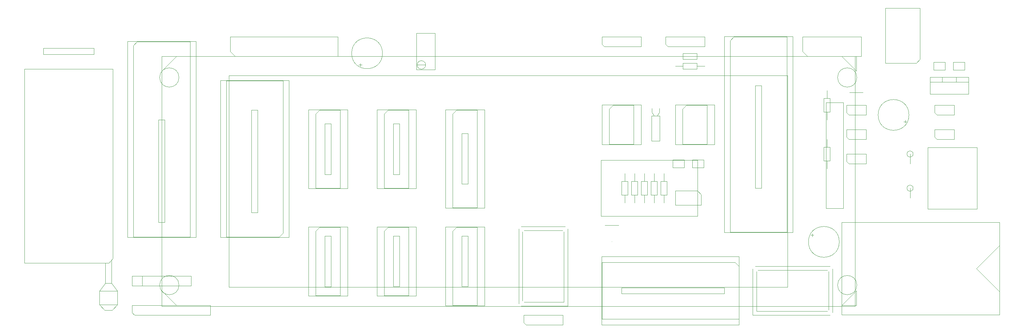
<source format=gbr>
%TF.GenerationSoftware,Novarm,DipTrace,4.3.0.5*%
%TF.CreationDate,2023-08-20T23:12:20+01:00*%
%FSLAX26Y26*%
%MOIN*%
%TF.FileFunction,Drawing,Top*%
%TF.Part,Single*%
%ADD16C,0.003937*%
G75*
G01*
%LPD*%
X6977953Y1743699D2*
D16*
Y1822833D1*
X6946457D2*
X7009449D1*
Y1964566D1*
X6946457D2*
Y1822833D1*
X7009449Y1964566D2*
X6946457D1*
X6977953Y2043699D2*
Y1964566D1*
X8086220Y593699D2*
Y1068109D1*
Y593699D2*
X8875591D1*
X8111811Y1093699D2*
X8875591D1*
X8125591Y633070D2*
Y1040550D1*
Y633070D2*
X8848031D1*
X8139370Y1054329D2*
X8848031D1*
X8861811Y646849D2*
Y1040550D1*
X8901181Y1068109D2*
Y619290D1*
X8111811Y1093699D2*
G02X8111811Y1093699I0J0D01*
G01*
X8139370Y1054329D2*
G02X8139370Y1054329I0J0D01*
G01*
X8861811Y1040550D2*
G02X8861811Y1040550I0J0D01*
G01*
X8848031Y633070D2*
G02X8848031Y633070I0J0D01*
G01*
X8901181Y1068109D2*
G02X8901181Y1068109I0J0D01*
G01*
X8875591Y593699D2*
G02X8875591Y593699I0J0D01*
G01*
X3343701Y1391337D2*
Y2996062D1*
X2643701D1*
X3283661Y1433070D2*
X3244291Y1393699D1*
X3283661Y2993699D2*
Y1433070D1*
X3244291Y1393699D2*
X2703740D1*
Y2993699D1*
X3283661D1*
X2643701Y1391337D2*
X3343701D1*
X2643701Y2996062D2*
Y1391337D1*
X6877953Y2043699D2*
Y1964566D1*
X6909449D2*
X6846457D1*
Y1822833D1*
X6909449D2*
Y1964566D1*
X6846457Y1822833D2*
X6909449D1*
X6877953Y1743699D2*
Y1822833D1*
X6535827Y1608266D2*
X7520079D1*
Y2179133D1*
X6535827D1*
Y1608266D1*
X7793504Y3445865D2*
Y1441140D1*
X8493504D1*
X7853543Y3404133D2*
X7892913Y3443503D1*
X7853543Y1443503D2*
Y3404133D1*
X7892913Y3443503D2*
X8433465D1*
Y1443503D1*
X7853543D1*
X8493504Y3445865D2*
X7793504D1*
X8493504Y1441140D2*
Y3445865D1*
X9659714Y2574900D2*
X9628218D1*
X9643966Y2559152D2*
Y2590648D1*
X9367323Y2643699D2*
G02X9367323Y2643699I157480J0D01*
G01*
X4074902Y3139891D2*
Y3171387D1*
X4059154Y3155639D2*
X4090650D1*
X3986220Y3274802D2*
G02X3986220Y3274802I157480J0D01*
G01*
X9074016Y2874802D2*
X9211811D1*
X9143701Y3041337D2*
G02X9143701Y3041337I0J0D01*
G01*
X9212741Y2874659D2*
G02X9212741Y2874659I0J0D01*
G01*
X7268110Y2183070D2*
Y2104329D1*
X7386220D1*
Y2183070D2*
X7268110D1*
X7386220Y2104329D2*
Y2183070D1*
X7219094Y3343699D2*
X7194094Y3368699D1*
X7594094Y3343699D2*
X7219094D1*
X7194094Y3368699D2*
Y3443699D1*
X7594094D1*
Y3343699D1*
X2793701Y3243699D2*
X2743701Y3293699D1*
X3843701Y3243699D2*
X2793701D1*
X2743701Y3293699D2*
Y3443699D1*
X3843701D1*
Y3243699D1*
X6544094Y2745668D2*
Y2340944D1*
X6944094D1*
X6619094Y2703936D2*
X6658465Y2743306D1*
X6619094Y2343306D2*
Y2703936D1*
X6658465Y2743306D2*
X6869094D1*
Y2343306D1*
X6619094D1*
X6944094Y2745668D2*
X6544094D1*
X6944094Y2340944D2*
Y2745668D1*
X3775197Y1403542D2*
X3712205D1*
Y885432D1*
X3775197D2*
Y1403542D1*
X3712205Y885432D2*
X3775197D1*
X1693504Y3396062D2*
Y1391337D1*
X2393504D1*
X1753543Y3354329D2*
X1792913Y3393699D1*
X1753543Y1393699D2*
Y3354329D1*
X1792913Y3393699D2*
X2333465D1*
Y1393699D1*
X1753543D1*
X2393504Y3396062D2*
X1693504D1*
X2393504Y1391337D2*
Y3396062D1*
X8677688Y1412499D2*
X8709184D1*
X8693436Y1428247D2*
Y1396751D1*
X8655118Y1343699D2*
G02X8655118Y1343699I157480J0D01*
G01*
X7593701Y3243701D2*
X7514567D1*
Y3212205D2*
Y3275197D1*
X7372835D1*
Y3212205D2*
X7514567D1*
X7372835Y3275197D2*
Y3212205D1*
X7293701Y3243701D2*
X7372835D1*
X6743701Y875196D2*
Y812203D1*
X7793701D1*
Y875196D2*
X6743701D1*
X7793701Y812203D2*
Y875196D1*
X7077953Y2043699D2*
Y1964566D1*
X7109449D2*
X7046457D1*
Y1822833D1*
X7109449D2*
Y1964566D1*
X7046457Y1822833D2*
X7109449D1*
X7077953Y1743699D2*
Y1822833D1*
X7468110Y2183070D2*
Y2104329D1*
X7586220D1*
Y2183070D2*
X7468110D1*
X7586220Y2104329D2*
Y2183070D1*
X3543701Y1496062D2*
Y791337D1*
X3943701D1*
X3618701Y1454329D2*
X3658071Y1493699D1*
X3618701Y793699D2*
Y1454329D1*
X3658071Y1493699D2*
X3868701D1*
Y793699D1*
X3618701D1*
X3943701Y1496062D2*
X3543701D1*
X3943701Y791337D2*
Y1496062D1*
X8843701Y2893699D2*
Y2814566D1*
X8875197D2*
X8812205D1*
Y2672833D1*
X8875197D2*
Y2814566D1*
X8812205Y2672833D2*
X8875197D1*
X8843701Y2593699D2*
Y2672833D1*
X9693701Y2243699D2*
Y2143699D1*
X9662205Y2243699D2*
G02X9662205Y2243699I31496J0D01*
G01*
X1590551Y699211D2*
Y840944D1*
Y699211D2*
X1539370Y644093D1*
X1590551Y840944D2*
X1531496Y919684D1*
X1590551Y840944D2*
X1409449D1*
X1544488Y1174014D2*
X1505906Y1128345D1*
X1544488Y3112597D2*
Y1174014D1*
X1539370Y644093D2*
X1460630D1*
X1531496Y919684D2*
X1468504D1*
X1531496Y1160235D2*
Y919684D1*
X1505906Y1128345D2*
X642913D1*
X1468504Y919684D2*
Y1128345D1*
X1460630Y644093D2*
X1409449Y699211D1*
X1590551D1*
X1409449Y840944D2*
X1468504Y919684D1*
X1409449Y840944D2*
Y699211D1*
X642913Y1128345D2*
Y3112597D1*
X1544488D1*
X6193701Y686219D2*
X5719291D1*
X6193701D2*
Y1475589D1*
X5693701Y711810D2*
Y1475589D1*
X6154331Y725589D2*
X5746850D1*
X6154331D2*
Y1448030D1*
X5733071Y739369D2*
Y1448030D1*
X6140551Y1461810D2*
X5746850D1*
X5719291Y1501180D2*
X6168110D1*
X5693701Y711810D2*
G02X5693701Y711810I0J0D01*
G01*
X5733071Y739369D2*
G02X5733071Y739369I0J0D01*
G01*
X5746850Y1461810D2*
G02X5746850Y1461810I0J0D01*
G01*
X6154331Y1448030D2*
G02X6154331Y1448030I0J0D01*
G01*
X5719291Y1501180D2*
G02X5719291Y1501180I0J0D01*
G01*
X6193701Y1475589D2*
G02X6193701Y1475589I0J0D01*
G01*
X9068701Y2143699D2*
X9043701Y2168699D1*
X9243701Y2143699D2*
X9068701D1*
X9043701Y2168699D2*
Y2243699D1*
X9243701D1*
Y2143699D1*
X9874409Y1679133D2*
Y2309054D1*
X10378346Y1679133D2*
X9874409D1*
Y2309054D2*
X10378346D1*
Y1679133D1*
X8843701Y2393699D2*
Y2314566D1*
X8875197D2*
X8812205D1*
Y2172833D1*
X8875197D2*
Y2314566D1*
X8812205Y2172833D2*
X8875197D1*
X8843701Y2093699D2*
Y2172833D1*
X6777953Y2043699D2*
Y1964566D1*
X6809449D2*
X6746457D1*
Y1822833D1*
X6809449D2*
Y1964566D1*
X6746457Y1822833D2*
X6809449D1*
X6777953Y1743699D2*
Y1822833D1*
X2075197Y2593896D2*
X2012205D1*
Y1543896D1*
X2075197D2*
Y2593896D1*
X2012205Y1543896D2*
X2075197D1*
X8643701Y3243503D2*
X8593701Y3293503D1*
X9193701Y3243503D2*
X8643701D1*
X8593701Y3293503D2*
Y3443503D1*
X9193701D1*
Y3243503D1*
X8993701Y1543699D2*
X10607874D1*
X8993701Y598818D2*
Y1543699D1*
X10371654Y1071259D2*
X10607874Y835038D1*
Y1543699D2*
Y598818D1*
Y1307479D2*
X10371654Y1071259D1*
X10607874Y598818D2*
X8993701D1*
X9933858Y3183071D2*
Y3104331D1*
X10051969D1*
Y3183071D2*
X9933858D1*
X10051969Y3104331D2*
Y3183071D1*
X9796457Y3213878D2*
X9757087Y3174508D1*
X9796457Y3737500D2*
Y3213878D1*
X9442126Y3174508D2*
X9757087D1*
X9442126D2*
Y3737500D1*
X9796457D1*
X4475591Y1403739D2*
X4412598D1*
Y885629D1*
X4475591D2*
Y1403739D1*
X4412598Y885629D2*
X4475591D1*
X9896850Y3030510D2*
Y2857282D1*
Y2980510D2*
X10290551D1*
X9896850Y2857282D2*
X10290551D1*
X10020866Y3030510D2*
Y2980510D1*
X10166535Y3030510D2*
Y2980510D1*
X10290551Y3030510D2*
X9896850D1*
X10290551Y2857282D2*
Y3030510D1*
X5175591Y1403739D2*
X5112598D1*
Y885629D1*
X5175591D2*
Y1403739D1*
X5112598Y885629D2*
X5175591D1*
X4243701Y1496062D2*
Y791337D1*
X4643701D1*
X4318701Y1454329D2*
X4358071Y1493699D1*
X4318701Y793699D2*
Y1454329D1*
X4358071Y1493699D2*
X4568701D1*
Y793699D1*
X4318701D1*
X4643701Y1496062D2*
X4243701D1*
X4643701Y791337D2*
Y1496062D1*
X6713386Y1512598D2*
X6575591D1*
X6643701Y1346063D2*
G02X6643701Y1346063I0J0D01*
G01*
X6574660Y1512741D2*
G02X6574660Y1512741I0J0D01*
G01*
X9693701Y1893699D2*
Y1793699D1*
X9662205Y1893699D2*
G02X9662205Y1893699I31496J0D01*
G01*
X3775197Y2553148D2*
X3712205D1*
Y2035038D1*
X3775197D2*
Y2553148D1*
X3712205Y2035038D2*
X3775197D1*
X9068701Y2393699D2*
X9043701Y2418699D1*
X9243701Y2393699D2*
X9068701D1*
X9043701Y2418699D2*
Y2493699D1*
X9243701D1*
Y2393699D1*
X4243701Y2696062D2*
Y1891337D1*
X4643701D1*
X4318701Y2654329D2*
X4358071Y2693699D1*
X4318701Y1893699D2*
Y2654329D1*
X4358071Y2693699D2*
X4568701D1*
Y1893699D1*
X4318701D1*
X4643701Y2696062D2*
X4243701D1*
X4643701Y1891337D2*
Y2696062D1*
X7177953Y2043699D2*
Y1964566D1*
X7209449D2*
X7146457D1*
Y1822833D1*
X7209449D2*
Y1964566D1*
X7146457Y1822833D2*
X7209449D1*
X7177953Y1743699D2*
Y1822833D1*
X2043701Y3243701D2*
Y3093701D1*
X2193701Y3243701D1*
X2043701Y843701D2*
X2193701Y693701D1*
X2043701D2*
Y843701D1*
X2193701Y3243701D2*
X2043701D1*
X2193701Y693701D2*
X2043701D1*
X8993701Y3243701D2*
X9143701Y3093701D1*
X8993701Y693701D2*
X9143701D1*
Y3243701D2*
X8993701D1*
X9143701Y3093701D2*
Y3243701D1*
Y843701D2*
X8993701Y693701D1*
X9143701D2*
Y843701D1*
X2043701Y3243701D2*
Y684646D1*
X9130315D1*
Y3243701D1*
X2043701D1*
X2732677Y3046850D2*
Y881496D1*
X8441339D1*
Y3046850D1*
X2732677D1*
X8835039Y2771260D2*
Y1688583D1*
X9012205D1*
Y2771260D1*
X8835039D1*
X2024016Y3027165D2*
G02X2024016Y3027165I98425J0D01*
G01*
Y901181D2*
G02X2024016Y901181I98425J0D01*
G01*
X8953150Y3027165D2*
G02X8953150Y3027165I98425J0D01*
G01*
Y901181D2*
G02X8953150Y901181I98425J0D01*
G01*
X4943701Y2696063D2*
Y1691339D1*
X5343701D1*
X5018701Y2654331D2*
X5058071Y2693701D1*
X5018701Y1693701D2*
Y2654331D1*
X5058071Y2693701D2*
X5268701D1*
Y1693701D1*
X5018701D1*
X5343701Y2696063D2*
X4943701D1*
X5343701Y1691339D2*
Y2696063D1*
X1768110Y593699D2*
X1743110Y618699D1*
X2543110Y593699D2*
X1768110D1*
X1743110Y618699D2*
Y693699D1*
X2543110D1*
Y593699D1*
X9968701Y2643699D2*
X9943701Y2668699D1*
X10143701Y2643699D2*
X9968701D1*
X9943701Y2668699D2*
Y2743699D1*
X10143701D1*
Y2643699D1*
X7294094Y2745668D2*
Y2340944D1*
X7694094D1*
X7369094Y2703936D2*
X7408465Y2743306D1*
X7369094Y2343306D2*
Y2703936D1*
X7408465Y2743306D2*
X7619094D1*
Y2343306D1*
X7369094D1*
X7694094Y2745668D2*
X7294094D1*
X7694094Y2340944D2*
Y2745668D1*
X8112205Y1893699D2*
X8175197D1*
Y2943699D1*
X8112205D2*
Y1893699D1*
X8175197Y2943699D2*
X8112205D1*
X4943701Y1496063D2*
Y691339D1*
X5343701D1*
X5018701Y1454331D2*
X5058071Y1493701D1*
X5018701Y693701D2*
Y1454331D1*
X5058071Y1493701D2*
X5268701D1*
Y693701D1*
X5018701D1*
X5343701Y1496063D2*
X4943701D1*
X5343701Y691339D2*
Y1496063D1*
X6568701Y3343699D2*
X6543701Y3368699D1*
X6943701Y3343699D2*
X6568701D1*
X6543701Y3368699D2*
Y3443699D1*
X6943701D1*
Y3343699D1*
X5174803Y2453739D2*
X5111811D1*
Y1935629D1*
X5174803D2*
Y2453739D1*
X5111811Y1935629D2*
X5174803D1*
X9968701Y2393699D2*
X9943701Y2418699D1*
X10143701Y2393699D2*
X9968701D1*
X9943701Y2418699D2*
Y2493699D1*
X10143701D1*
Y2393699D1*
X3543701Y2696062D2*
Y1891337D1*
X3943701D1*
X3618701Y2654329D2*
X3658071Y2693699D1*
X3618701Y1893699D2*
Y2654329D1*
X3658071Y2693699D2*
X3868701D1*
Y1893699D1*
X3618701D1*
X3943701Y2696062D2*
X3543701D1*
X3943701Y1891337D2*
Y2696062D1*
X834646Y3325589D2*
Y3262597D1*
X1352756D1*
Y3325589D2*
X834646D1*
X1352756Y3262597D2*
Y3325589D1*
X4838780Y3480904D2*
X4648622D1*
Y3105707D1*
X4655906Y3155707D2*
X4741299Y3155668D1*
X4655906Y3155707D2*
X4741299Y3155668D1*
X4838780Y3105707D2*
Y3480904D1*
X4648622Y3105707D2*
X4838780D1*
X4655512Y3155707D2*
G02X4655512Y3155707I43110J0D01*
G01*
X5768701Y493699D2*
X5743701Y518699D1*
X6143701Y493699D2*
X5768701D1*
X5743701Y518699D2*
Y593699D1*
X6143701D1*
Y493699D1*
X7593701Y3143701D2*
X7514567D1*
Y3112205D2*
Y3175197D1*
X7372835D1*
Y3112205D2*
X7514567D1*
X7372835Y3175197D2*
Y3112205D1*
X7293701Y3143701D2*
X7372835D1*
X7052756Y2632282D2*
Y2376377D1*
X7133858D1*
X7055906Y2671652D2*
Y2711022D1*
X7079528Y2632282D2*
X7055906Y2671652D1*
X7107087Y2632282D2*
X7130709Y2671652D1*
Y2711022D1*
X7133858Y2632282D2*
X7052756D1*
X7133858Y2376377D2*
Y2632282D1*
X7946063Y1193699D2*
X6541339D1*
Y493699D1*
X7904331Y1133660D2*
X7943701Y1094290D1*
X6543701Y1133660D2*
X7904331D1*
X7943701Y1094290D2*
Y553739D1*
X6543701D1*
Y1133660D1*
X7946063Y493699D2*
Y1193699D1*
X6541339Y493699D2*
X7946063D1*
X7520472Y1866534D2*
X7296063D1*
X7520472D2*
X7559843Y1827164D1*
X7296063Y1866534D2*
Y1720865D1*
X7559843Y1827164D2*
Y1720865D1*
X7296063D1*
X1742913Y992912D2*
Y894487D1*
X2344488D1*
X1843701Y992912D2*
Y894487D1*
X2344488Y992912D2*
X1742913D1*
X2344488Y894487D2*
Y992912D1*
X10133858Y3183071D2*
Y3104331D1*
X10251969D1*
Y3183071D2*
X10133858D1*
X10251969Y3104331D2*
Y3183071D1*
X4475197Y2553542D2*
X4412205D1*
Y2035432D1*
X4475197D2*
Y2553542D1*
X4412205Y2035432D2*
X4475197D1*
X2962008Y1643699D2*
X3025000D1*
Y2693699D1*
X2962008D2*
Y1643699D1*
X3025000Y2693699D2*
X2962008D1*
X9068701Y2643699D2*
X9043701Y2668699D1*
X9243701Y2643699D2*
X9068701D1*
X9043701Y2668699D2*
Y2743699D1*
X9243701D1*
Y2643699D1*
M02*

</source>
